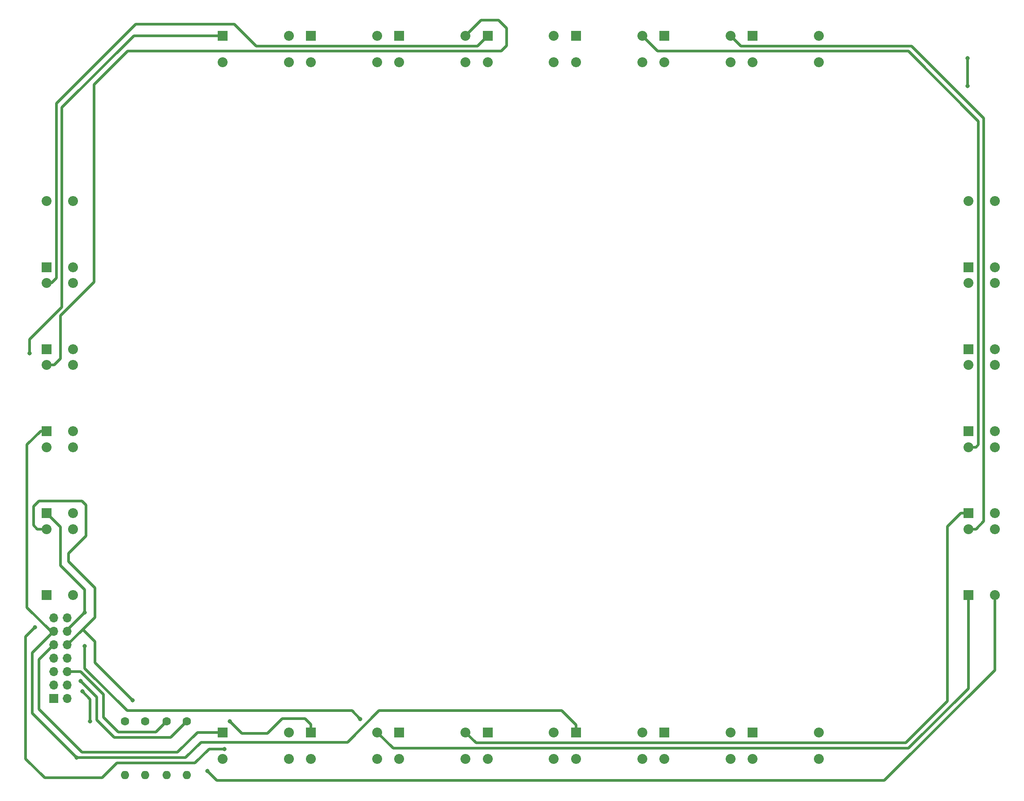
<source format=gbr>
%TF.GenerationSoftware,KiCad,Pcbnew,(5.1.9)-1*%
%TF.CreationDate,2021-01-20T11:54:18+01:00*%
%TF.ProjectId,mfd-pcb,6d66642d-7063-4622-9e6b-696361645f70,0.1*%
%TF.SameCoordinates,Original*%
%TF.FileFunction,Copper,L2,Bot*%
%TF.FilePolarity,Positive*%
%FSLAX46Y46*%
G04 Gerber Fmt 4.6, Leading zero omitted, Abs format (unit mm)*
G04 Created by KiCad (PCBNEW (5.1.9)-1) date 2021-01-20 11:54:18*
%MOMM*%
%LPD*%
G01*
G04 APERTURE LIST*
%TA.AperFunction,ComponentPad*%
%ADD10R,1.875000X1.875000*%
%TD*%
%TA.AperFunction,ComponentPad*%
%ADD11C,1.875000*%
%TD*%
%TA.AperFunction,ComponentPad*%
%ADD12O,1.700000X1.700000*%
%TD*%
%TA.AperFunction,ComponentPad*%
%ADD13R,1.700000X1.700000*%
%TD*%
%TA.AperFunction,ComponentPad*%
%ADD14O,1.600000X1.600000*%
%TD*%
%TA.AperFunction,ComponentPad*%
%ADD15C,1.600000*%
%TD*%
%TA.AperFunction,ViaPad*%
%ADD16C,0.800000*%
%TD*%
%TA.AperFunction,Conductor*%
%ADD17C,0.500000*%
%TD*%
G04 APERTURE END LIST*
D10*
%TO.P,S22,1*%
%TO.N,/Column2*%
X128192538Y-146021118D03*
D11*
%TO.P,S22,3*%
%TO.N,/Row3*%
X133192538Y-146021118D03*
%TO.P,S22,2*%
%TO.N,/Column2*%
X128192538Y-133521118D03*
%TO.P,S22,4*%
%TO.N,/Row3*%
X133192538Y-133521118D03*
%TD*%
D12*
%TO.P,J0,14*%
%TO.N,/Column1*%
X132080000Y-181356000D03*
%TO.P,J0,13*%
%TO.N,/Column3*%
X129540000Y-181356000D03*
%TO.P,J0,12*%
%TO.N,/Column4*%
X132080000Y-183896000D03*
%TO.P,J0,11*%
%TO.N,/Column2*%
X129540000Y-183896000D03*
%TO.P,J0,10*%
%TO.N,/Column5*%
X132080000Y-186436000D03*
%TO.P,J0,9*%
%TO.N,/Column0*%
X129540000Y-186436000D03*
%TO.P,J0,8*%
%TO.N,/Row3*%
X132080000Y-188976000D03*
%TO.P,J0,7*%
%TO.N,Net-(J0-Pad7)*%
X129540000Y-188976000D03*
%TO.P,J0,6*%
%TO.N,/Row2*%
X132080000Y-191516000D03*
%TO.P,J0,5*%
%TO.N,Net-(J0-Pad5)*%
X129540000Y-191516000D03*
%TO.P,J0,4*%
%TO.N,/Row1*%
X132080000Y-194056000D03*
%TO.P,J0,3*%
%TO.N,Net-(J0-Pad3)*%
X129540000Y-194056000D03*
%TO.P,J0,2*%
%TO.N,/Row0*%
X132080000Y-196596000D03*
D13*
%TO.P,J0,1*%
%TO.N,GND*%
X129540000Y-196596000D03*
%TD*%
D14*
%TO.P,R3,2*%
%TO.N,GND*%
X154686000Y-211074000D03*
D15*
%TO.P,R3,1*%
%TO.N,/Row3*%
X154686000Y-200914000D03*
%TD*%
D14*
%TO.P,R2,2*%
%TO.N,GND*%
X150876000Y-211074000D03*
D15*
%TO.P,R2,1*%
%TO.N,/Row2*%
X150876000Y-200914000D03*
%TD*%
D14*
%TO.P,R1,2*%
%TO.N,GND*%
X146812000Y-211074000D03*
D15*
%TO.P,R1,1*%
%TO.N,/Row1*%
X146812000Y-200914000D03*
%TD*%
D14*
%TO.P,R0,2*%
%TO.N,GND*%
X143002000Y-211074000D03*
D15*
%TO.P,R0,1*%
%TO.N,/Row0*%
X143002000Y-200914000D03*
%TD*%
D10*
%TO.P,S19,1*%
%TO.N,/Column5*%
X128192538Y-177021118D03*
D11*
%TO.P,S19,3*%
%TO.N,/Row3*%
X133192538Y-177021118D03*
%TO.P,S19,2*%
%TO.N,/Column5*%
X128192538Y-164521118D03*
%TO.P,S19,4*%
%TO.N,/Row3*%
X133192538Y-164521118D03*
%TD*%
D10*
%TO.P,S10,1*%
%TO.N,/Column4*%
X302392563Y-161521118D03*
D11*
%TO.P,S10,3*%
%TO.N,/Row1*%
X307392563Y-161521118D03*
%TO.P,S10,2*%
%TO.N,/Column4*%
X302392563Y-149021118D03*
%TO.P,S10,4*%
%TO.N,/Row1*%
X307392563Y-149021118D03*
%TD*%
D10*
%TO.P,S0,1*%
%TO.N,/Column0*%
X161442538Y-71241118D03*
D11*
%TO.P,S0,3*%
%TO.N,/Row0*%
X161442538Y-76241118D03*
%TO.P,S0,2*%
%TO.N,/Column0*%
X173942538Y-71241118D03*
%TO.P,S0,4*%
%TO.N,/Row0*%
X173942538Y-76241118D03*
%TD*%
D10*
%TO.P,S2,1*%
%TO.N,/Column2*%
X194842538Y-71241118D03*
D11*
%TO.P,S2,3*%
%TO.N,/Row0*%
X194842538Y-76241118D03*
%TO.P,S2,2*%
%TO.N,/Column2*%
X207342538Y-71241118D03*
%TO.P,S2,4*%
%TO.N,/Row0*%
X207342538Y-76241118D03*
%TD*%
D10*
%TO.P,S6,1*%
%TO.N,/Column0*%
X261642538Y-71241118D03*
D11*
%TO.P,S6,3*%
%TO.N,/Row1*%
X261642538Y-76241118D03*
%TO.P,S6,2*%
%TO.N,/Column0*%
X274142538Y-71241118D03*
%TO.P,S6,4*%
%TO.N,/Row1*%
X274142538Y-76241118D03*
%TD*%
D10*
%TO.P,S8,1*%
%TO.N,/Column2*%
X302392563Y-130521118D03*
D11*
%TO.P,S8,3*%
%TO.N,/Row1*%
X307392563Y-130521118D03*
%TO.P,S8,2*%
%TO.N,/Column2*%
X302392563Y-118021118D03*
%TO.P,S8,4*%
%TO.N,/Row1*%
X307392563Y-118021118D03*
%TD*%
D10*
%TO.P,S9,1*%
%TO.N,/Column3*%
X302392563Y-146021118D03*
D11*
%TO.P,S9,3*%
%TO.N,/Row1*%
X307392563Y-146021118D03*
%TO.P,S9,2*%
%TO.N,/Column3*%
X302392563Y-133521118D03*
%TO.P,S9,4*%
%TO.N,/Row1*%
X307392563Y-133521118D03*
%TD*%
D10*
%TO.P,S11,1*%
%TO.N,/Column5*%
X302392563Y-177021118D03*
D11*
%TO.P,S11,3*%
%TO.N,/Row1*%
X307392563Y-177021118D03*
%TO.P,S11,2*%
%TO.N,/Column5*%
X302392563Y-164521118D03*
%TO.P,S11,4*%
%TO.N,/Row1*%
X307392563Y-164521118D03*
%TD*%
D10*
%TO.P,S12,1*%
%TO.N,/Column0*%
X261642538Y-202971118D03*
D11*
%TO.P,S12,3*%
%TO.N,/Row2*%
X261642538Y-207971118D03*
%TO.P,S12,2*%
%TO.N,/Column0*%
X274142538Y-202971118D03*
%TO.P,S12,4*%
%TO.N,/Row2*%
X274142538Y-207971118D03*
%TD*%
D10*
%TO.P,S7,1*%
%TO.N,/Column1*%
X302392563Y-115021118D03*
D11*
%TO.P,S7,3*%
%TO.N,/Row1*%
X307392563Y-115021118D03*
%TO.P,S7,2*%
%TO.N,/Column1*%
X302392563Y-102521118D03*
%TO.P,S7,4*%
%TO.N,/Row1*%
X307392563Y-102521118D03*
%TD*%
D10*
%TO.P,S13,1*%
%TO.N,/Column1*%
X244942538Y-202971118D03*
D11*
%TO.P,S13,3*%
%TO.N,/Row2*%
X244942538Y-207971118D03*
%TO.P,S13,2*%
%TO.N,/Column1*%
X257442538Y-202971118D03*
%TO.P,S13,4*%
%TO.N,/Row2*%
X257442538Y-207971118D03*
%TD*%
D10*
%TO.P,S3,1*%
%TO.N,/Column3*%
X211542538Y-71241118D03*
D11*
%TO.P,S3,3*%
%TO.N,/Row0*%
X211542538Y-76241118D03*
%TO.P,S3,2*%
%TO.N,/Column3*%
X224042538Y-71241118D03*
%TO.P,S3,4*%
%TO.N,/Row0*%
X224042538Y-76241118D03*
%TD*%
D10*
%TO.P,S4,1*%
%TO.N,/Column4*%
X228242538Y-71241118D03*
D11*
%TO.P,S4,3*%
%TO.N,/Row0*%
X228242538Y-76241118D03*
%TO.P,S4,2*%
%TO.N,/Column4*%
X240742538Y-71241118D03*
%TO.P,S4,4*%
%TO.N,/Row0*%
X240742538Y-76241118D03*
%TD*%
D10*
%TO.P,S5,1*%
%TO.N,/Column5*%
X244942538Y-71241118D03*
D11*
%TO.P,S5,3*%
%TO.N,/Row0*%
X244942538Y-76241118D03*
%TO.P,S5,2*%
%TO.N,/Column5*%
X257442538Y-71241118D03*
%TO.P,S5,4*%
%TO.N,/Row0*%
X257442538Y-76241118D03*
%TD*%
D10*
%TO.P,S1,1*%
%TO.N,/Column1*%
X178142538Y-71241118D03*
D11*
%TO.P,S1,3*%
%TO.N,/Row0*%
X178142538Y-76241118D03*
%TO.P,S1,2*%
%TO.N,/Column1*%
X190642538Y-71241118D03*
%TO.P,S1,4*%
%TO.N,/Row0*%
X190642538Y-76241118D03*
%TD*%
D10*
%TO.P,S20,1*%
%TO.N,/Column4*%
X128192538Y-161521118D03*
D11*
%TO.P,S20,3*%
%TO.N,/Row3*%
X133192538Y-161521118D03*
%TO.P,S20,2*%
%TO.N,/Column4*%
X128192538Y-149021118D03*
%TO.P,S20,4*%
%TO.N,/Row3*%
X133192538Y-149021118D03*
%TD*%
D10*
%TO.P,S15,1*%
%TO.N,/Column3*%
X211542538Y-202971118D03*
D11*
%TO.P,S15,3*%
%TO.N,/Row2*%
X211542538Y-207971118D03*
%TO.P,S15,2*%
%TO.N,/Column3*%
X224042538Y-202971118D03*
%TO.P,S15,4*%
%TO.N,/Row2*%
X224042538Y-207971118D03*
%TD*%
D10*
%TO.P,S21,1*%
%TO.N,/Column3*%
X128192538Y-130521118D03*
D11*
%TO.P,S21,3*%
%TO.N,/Row3*%
X133192538Y-130521118D03*
%TO.P,S21,2*%
%TO.N,/Column3*%
X128192538Y-118021118D03*
%TO.P,S21,4*%
%TO.N,/Row3*%
X133192538Y-118021118D03*
%TD*%
D10*
%TO.P,S14,1*%
%TO.N,/Column2*%
X228242538Y-202971118D03*
D11*
%TO.P,S14,3*%
%TO.N,/Row2*%
X228242538Y-207971118D03*
%TO.P,S14,2*%
%TO.N,/Column2*%
X240742538Y-202971118D03*
%TO.P,S14,4*%
%TO.N,/Row2*%
X240742538Y-207971118D03*
%TD*%
D10*
%TO.P,S17,1*%
%TO.N,/Column5*%
X178142538Y-202971118D03*
D11*
%TO.P,S17,3*%
%TO.N,/Row2*%
X178142538Y-207971118D03*
%TO.P,S17,2*%
%TO.N,/Column5*%
X190642538Y-202971118D03*
%TO.P,S17,4*%
%TO.N,/Row2*%
X190642538Y-207971118D03*
%TD*%
D10*
%TO.P,S16,1*%
%TO.N,/Column4*%
X194842538Y-202971118D03*
D11*
%TO.P,S16,3*%
%TO.N,/Row2*%
X194842538Y-207971118D03*
%TO.P,S16,2*%
%TO.N,/Column4*%
X207342538Y-202971118D03*
%TO.P,S16,4*%
%TO.N,/Row2*%
X207342538Y-207971118D03*
%TD*%
D10*
%TO.P,S18,1*%
%TO.N,/Column0*%
X161442538Y-202971118D03*
D11*
%TO.P,S18,3*%
%TO.N,/Row3*%
X161442538Y-207971118D03*
%TO.P,S18,2*%
%TO.N,/Column0*%
X173942538Y-202971118D03*
%TO.P,S18,4*%
%TO.N,/Row3*%
X173942538Y-207971118D03*
%TD*%
D10*
%TO.P,S23,1*%
%TO.N,/Column1*%
X128192538Y-115021118D03*
D11*
%TO.P,S23,3*%
%TO.N,/Row3*%
X133192538Y-115021118D03*
%TO.P,S23,2*%
%TO.N,/Column1*%
X128192538Y-102521118D03*
%TO.P,S23,4*%
%TO.N,/Row3*%
X133192538Y-102521118D03*
%TD*%
D16*
%TO.N,/Column0*%
X124968000Y-131318000D03*
%TO.N,/Row0*%
X136398000Y-200914000D03*
X134929008Y-195229354D03*
%TO.N,/Column1*%
X302260000Y-75488800D03*
X302260000Y-80746600D03*
%TO.N,/Column2*%
X133858000Y-207772000D03*
%TO.N,/Column3*%
X161797992Y-206128000D03*
X125984000Y-183134000D03*
%TO.N,/Column4*%
X187452000Y-200446117D03*
X135382000Y-186690000D03*
X135382000Y-180340000D03*
%TO.N,/Column5*%
X162814000Y-200914000D03*
X144450180Y-196925820D03*
%TO.N,/Row1*%
X158549181Y-210258819D03*
%TO.N,/Row3*%
X134620000Y-193294000D03*
%TD*%
D17*
%TO.N,/Column0*%
X144658882Y-71241118D02*
X161442538Y-71241118D01*
X131064000Y-84836000D02*
X144658882Y-71241118D01*
X131064000Y-122537772D02*
X131064000Y-84836000D01*
X124968000Y-128633772D02*
X131064000Y-122537772D01*
X124968000Y-131318000D02*
X124968000Y-128633772D01*
X126746000Y-189230000D02*
X129540000Y-186436000D01*
X126746000Y-198628000D02*
X126746000Y-189230000D01*
X134874000Y-206756000D02*
X126746000Y-198628000D01*
X152908000Y-206756000D02*
X134874000Y-206756000D01*
X156692882Y-202971118D02*
X152908000Y-206756000D01*
X161442538Y-202971118D02*
X156692882Y-202971118D01*
%TO.N,/Row0*%
X136398000Y-196698346D02*
X134929008Y-195229354D01*
X136398000Y-200914000D02*
X136398000Y-196698346D01*
%TO.N,/Column1*%
X302260000Y-75488800D02*
X302260000Y-80746600D01*
%TO.N,/Column2*%
X129032000Y-183896000D02*
X129540000Y-183896000D01*
X124475990Y-148574010D02*
X124475990Y-179339990D01*
X127028882Y-146021118D02*
X124475990Y-148574010D01*
X124475990Y-179339990D02*
X129032000Y-183896000D01*
X128192538Y-146021118D02*
X127028882Y-146021118D01*
X125476000Y-187960000D02*
X125476000Y-199390000D01*
X125476000Y-199390000D02*
X133858000Y-207772000D01*
X129540000Y-183896000D02*
X125476000Y-187960000D01*
X210257656Y-68326000D02*
X207342538Y-71241118D01*
X213614000Y-68326000D02*
X210257656Y-68326000D01*
X215138000Y-73152000D02*
X215138000Y-69850000D01*
X215138000Y-69850000D02*
X213614000Y-68326000D01*
X143510000Y-74168000D02*
X214122000Y-74168000D01*
X137160000Y-80518000D02*
X143510000Y-74168000D01*
X130810000Y-132334000D02*
X130810000Y-124206000D01*
X129622882Y-133521118D02*
X130810000Y-132334000D01*
X214122000Y-74168000D02*
X215138000Y-73152000D01*
X137160000Y-117856000D02*
X137160000Y-80518000D01*
X130810000Y-124206000D02*
X137160000Y-117856000D01*
X128192538Y-133521118D02*
X129622882Y-133521118D01*
X154432000Y-207772000D02*
X133858000Y-207772000D01*
X185031990Y-204858010D02*
X157345990Y-204858010D01*
X157345990Y-204858010D02*
X154432000Y-207772000D01*
X191008000Y-198882000D02*
X185031990Y-204858010D01*
X225552000Y-198882000D02*
X191008000Y-198882000D01*
X228242538Y-201572538D02*
X225552000Y-198882000D01*
X228242538Y-202971118D02*
X228242538Y-201572538D01*
%TO.N,/Column3*%
X209615667Y-73167989D02*
X211542538Y-71241118D01*
X167752370Y-73167989D02*
X209615667Y-73167989D01*
X163672381Y-69088000D02*
X167752370Y-73167989D01*
X130048000Y-84074000D02*
X145034000Y-69088000D01*
X145034000Y-69088000D02*
X163672381Y-69088000D01*
X130048000Y-117094000D02*
X130048000Y-84074000D01*
X129120882Y-118021118D02*
X130048000Y-117094000D01*
X128192538Y-118021118D02*
X129120882Y-118021118D01*
X127832804Y-211582000D02*
X124221990Y-207971186D01*
X161797992Y-206128000D02*
X158870000Y-206128000D01*
X158870000Y-206128000D02*
X156210000Y-208788000D01*
X156210000Y-208788000D02*
X141478000Y-208788000D01*
X141478000Y-208788000D02*
X138684000Y-211582000D01*
X138684000Y-211582000D02*
X127832804Y-211582000D01*
X124221990Y-207971186D02*
X124221990Y-184896010D01*
X124221990Y-184896010D02*
X125984000Y-183134000D01*
%TO.N,/Column4*%
X209349420Y-204978000D02*
X207342538Y-202971118D01*
X298450000Y-197104000D02*
X290576000Y-204978000D01*
X290576000Y-204978000D02*
X209349420Y-204978000D01*
X298450000Y-164026181D02*
X298450000Y-197104000D01*
X300955063Y-161521118D02*
X298450000Y-164026181D01*
X302392563Y-161521118D02*
X300955063Y-161521118D01*
X130810000Y-164138580D02*
X128192538Y-161521118D01*
X130810000Y-171450000D02*
X130810000Y-164138580D01*
X135382000Y-176022000D02*
X130810000Y-171450000D01*
X135382000Y-180340000D02*
X135382000Y-176022000D01*
X132080000Y-183642000D02*
X135382000Y-180340000D01*
X132080000Y-183896000D02*
X132080000Y-183642000D01*
X303860882Y-149021118D02*
X302392563Y-149021118D01*
X304307989Y-87391989D02*
X304307989Y-148574011D01*
X304307989Y-148574011D02*
X303860882Y-149021118D01*
X291084000Y-74168000D02*
X304307989Y-87391989D01*
X243669420Y-74168000D02*
X291084000Y-74168000D01*
X240742538Y-71241118D02*
X243669420Y-74168000D01*
X135382000Y-190863771D02*
X135382000Y-186690000D01*
X143400229Y-198882000D02*
X135382000Y-190863771D01*
X185887883Y-198882000D02*
X143400229Y-198882000D01*
X187452000Y-200446117D02*
X185887883Y-198882000D01*
%TO.N,/Column5*%
X172720000Y-200406000D02*
X177038000Y-200406000D01*
X169926000Y-203200000D02*
X172720000Y-200406000D01*
X165100000Y-203200000D02*
X169926000Y-203200000D01*
X178142538Y-201510538D02*
X178142538Y-202971118D01*
X177038000Y-200406000D02*
X178142538Y-201510538D01*
X162814000Y-200914000D02*
X165100000Y-203200000D01*
X291084000Y-205994000D02*
X193665420Y-205994000D01*
X302392563Y-194685437D02*
X291084000Y-205994000D01*
X193665420Y-205994000D02*
X190642538Y-202971118D01*
X302392563Y-177021118D02*
X302392563Y-194685437D01*
X135001000Y-183515000D02*
X132080000Y-186436000D01*
X137317528Y-185831528D02*
X137317528Y-189793168D01*
X135001000Y-183515000D02*
X137317528Y-185831528D01*
X137317528Y-189793168D02*
X144450180Y-196925820D01*
X137317528Y-181198472D02*
X135001000Y-183515000D01*
X137317528Y-175671528D02*
X137317528Y-181198472D01*
X132334000Y-170688000D02*
X137317528Y-175671528D01*
X135636000Y-165862000D02*
X132334000Y-169164000D01*
X135636000Y-160020000D02*
X135636000Y-165862000D01*
X134874000Y-159258000D02*
X135636000Y-160020000D01*
X126746000Y-159258000D02*
X134874000Y-159258000D01*
X125730000Y-160274000D02*
X126746000Y-159258000D01*
X125730000Y-163830000D02*
X125730000Y-160274000D01*
X126421118Y-164521118D02*
X125730000Y-163830000D01*
X132334000Y-169164000D02*
X132334000Y-170688000D01*
X128192538Y-164521118D02*
X126421118Y-164521118D01*
X303854882Y-164521118D02*
X302392563Y-164521118D01*
X305308000Y-86842600D02*
X305308000Y-163068000D01*
X305308000Y-163068000D02*
X303854882Y-164521118D01*
X291633389Y-73167989D02*
X305308000Y-86842600D01*
X259369409Y-73167989D02*
X291633389Y-73167989D01*
X257442538Y-71241118D02*
X259369409Y-73167989D01*
%TO.N,/Row1*%
X307392563Y-177021118D02*
X307392563Y-191209437D01*
X160380362Y-212090000D02*
X158549181Y-210258819D01*
X307392563Y-191209437D02*
X286512000Y-212090000D01*
X286512000Y-212090000D02*
X160380362Y-212090000D01*
%TO.N,/Row2*%
X134620000Y-191516000D02*
X132080000Y-191516000D01*
X138938000Y-200152000D02*
X138938000Y-195834000D01*
X138938000Y-195834000D02*
X134620000Y-191516000D01*
X141732000Y-202946000D02*
X138938000Y-200152000D01*
X148844000Y-202946000D02*
X141732000Y-202946000D01*
X150876000Y-200914000D02*
X148844000Y-202946000D01*
%TO.N,/Row3*%
X154686000Y-200914000D02*
X154686000Y-201422000D01*
X137668000Y-196342000D02*
X134620000Y-193294000D01*
X137668000Y-200660000D02*
X137668000Y-196342000D01*
X140970000Y-203962000D02*
X137668000Y-200660000D01*
X151638000Y-203962000D02*
X140970000Y-203962000D01*
X154686000Y-200914000D02*
X151638000Y-203962000D01*
%TD*%
M02*

</source>
